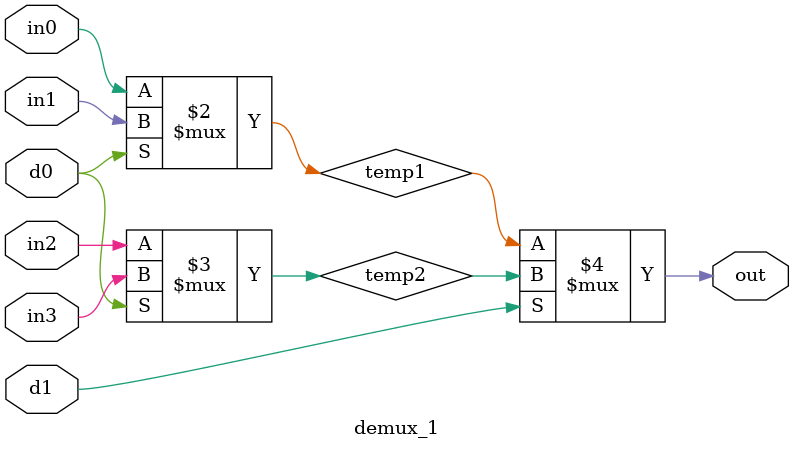
<source format=v>
module demux_1 (in0, in1, in2, in3, d0, d1, out);
   output  	out;
   input  	in0, in1, in2, in3;
   input 	d0, d1; 
   reg temp1, temp2, out;
   always@(in0 or in1 or in2 or in3 or d0 or d1)
     begin
       temp1 = d0?in1:in0;
       temp2 = d0?in3:in2;
       out =  d1?temp2:temp1;     
     end 
endmodule
</source>
